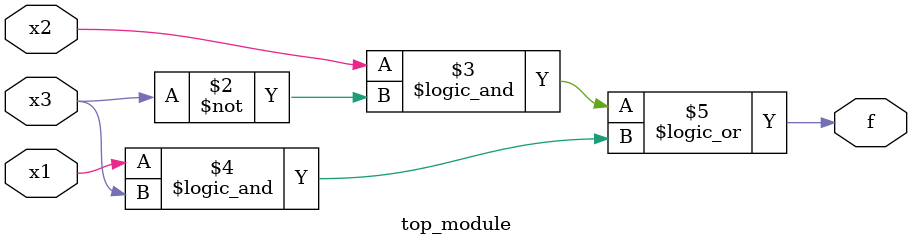
<source format=v>
module top_module( 
    input x3,
    input x2,
    input x1,  // three inputs
    output f   // one output
);
    always @(*) begin
        f=(x2&&(~x3))||(x1&&x3);
    end
endmodule
</source>
